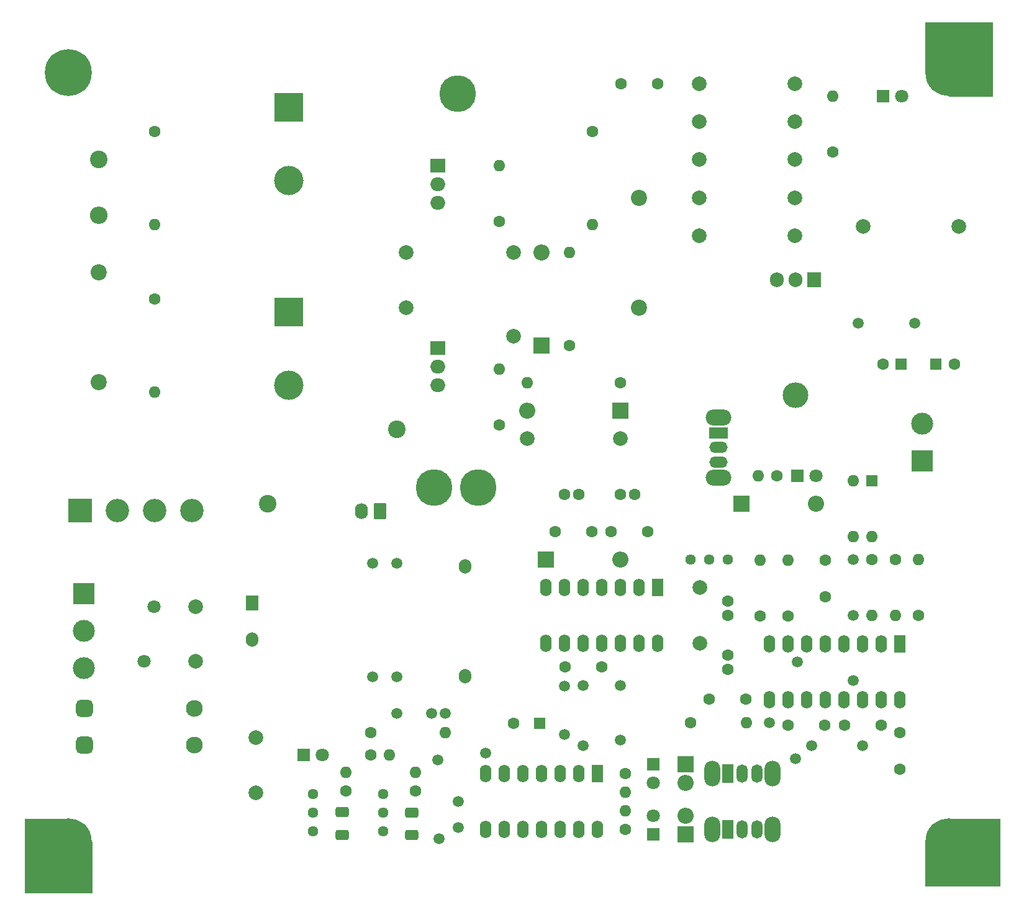
<source format=gbr>
%TF.GenerationSoftware,KiCad,Pcbnew,8.0.0*%
%TF.CreationDate,2024-06-30T22:05:54-03:00*%
%TF.ProjectId,tp4potencia,74703470-6f74-4656-9e63-69612e6b6963,0.4*%
%TF.SameCoordinates,Original*%
%TF.FileFunction,Soldermask,Bot*%
%TF.FilePolarity,Negative*%
%FSLAX46Y46*%
G04 Gerber Fmt 4.6, Leading zero omitted, Abs format (unit mm)*
G04 Created by KiCad (PCBNEW 8.0.0) date 2024-06-30 22:05:54*
%MOMM*%
%LPD*%
G01*
G04 APERTURE LIST*
G04 Aperture macros list*
%AMRoundRect*
0 Rectangle with rounded corners*
0 $1 Rounding radius*
0 $2 $3 $4 $5 $6 $7 $8 $9 X,Y pos of 4 corners*
0 Add a 4 corners polygon primitive as box body*
4,1,4,$2,$3,$4,$5,$6,$7,$8,$9,$2,$3,0*
0 Add four circle primitives for the rounded corners*
1,1,$1+$1,$2,$3*
1,1,$1+$1,$4,$5*
1,1,$1+$1,$6,$7*
1,1,$1+$1,$8,$9*
0 Add four rect primitives between the rounded corners*
20,1,$1+$1,$2,$3,$4,$5,0*
20,1,$1+$1,$4,$5,$6,$7,0*
20,1,$1+$1,$6,$7,$8,$9,0*
20,1,$1+$1,$8,$9,$2,$3,0*%
%AMHorizOval*
0 Thick line with rounded ends*
0 $1 width*
0 $2 $3 position (X,Y) of the first rounded end (center of the circle)*
0 $4 $5 position (X,Y) of the second rounded end (center of the circle)*
0 Add line between two ends*
20,1,$1,$2,$3,$4,$5,0*
0 Add two circle primitives to create the rounded ends*
1,1,$1,$2,$3*
1,1,$1,$4,$5*%
G04 Aperture macros list end*
%ADD10C,0.100000*%
%ADD11R,1.600000X1.600000*%
%ADD12C,1.600000*%
%ADD13O,1.600000X1.600000*%
%ADD14RoundRect,0.575000X-0.575000X-0.575000X0.575000X-0.575000X0.575000X0.575000X-0.575000X0.575000X0*%
%ADD15C,2.300000*%
%ADD16C,6.400000*%
%ADD17R,2.000000X1.905000*%
%ADD18O,2.000000X1.905000*%
%ADD19R,4.000000X4.000000*%
%ADD20C,4.000000*%
%ADD21O,2.200000X3.500000*%
%ADD22R,1.500000X2.500000*%
%ADD23O,1.500000X2.500000*%
%ADD24C,5.000000*%
%ADD25RoundRect,0.250000X0.620000X0.845000X-0.620000X0.845000X-0.620000X-0.845000X0.620000X-0.845000X0*%
%ADD26O,1.740000X2.190000*%
%ADD27C,2.000000*%
%ADD28R,1.600000X2.400000*%
%ADD29O,1.600000X2.400000*%
%ADD30R,3.000000X3.000000*%
%ADD31C,3.000000*%
%ADD32O,3.500000X2.200000*%
%ADD33R,2.500000X1.500000*%
%ADD34O,2.500000X1.500000*%
%ADD35R,2.200000X2.200000*%
%ADD36O,2.200000X2.200000*%
%ADD37C,2.200000*%
%ADD38R,1.800000X1.800000*%
%ADD39C,1.800000*%
%ADD40C,2.400000*%
%ADD41HorizOval,2.400000X0.000000X0.000000X0.000000X0.000000X0*%
%ADD42R,1.700000X2.000000*%
%ADD43O,1.700000X2.000000*%
%ADD44C,1.440000*%
%ADD45O,3.500000X3.500000*%
%ADD46R,1.905000X2.000000*%
%ADD47O,1.905000X2.000000*%
%ADD48O,2.400000X2.400000*%
%ADD49R,3.200000X3.200000*%
%ADD50C,3.200000*%
%ADD51RoundRect,0.250000X-0.650000X0.412500X-0.650000X-0.412500X0.650000X-0.412500X0.650000X0.412500X0*%
%ADD52C,1.500000*%
G04 APERTURE END LIST*
D10*
X213481250Y-35700000D02*
X207506250Y-35700000D01*
X204306250Y-32500000D01*
X204306250Y-25575000D01*
X213481250Y-25575000D01*
X213481250Y-35700000D01*
G36*
X213481250Y-35700000D02*
G01*
X207506250Y-35700000D01*
X204306250Y-32500000D01*
X204306250Y-25575000D01*
X213481250Y-25575000D01*
X213481250Y-35700000D01*
G37*
X214425000Y-143475000D02*
X204300000Y-143475000D01*
X204300000Y-137500000D01*
X207500000Y-134300000D01*
X214425000Y-134300000D01*
X214425000Y-143475000D01*
G36*
X214425000Y-143475000D02*
G01*
X204300000Y-143475000D01*
X204300000Y-137500000D01*
X207500000Y-134300000D01*
X214425000Y-134300000D01*
X214425000Y-143475000D01*
G37*
X90700000Y-137500000D02*
X90700000Y-144425000D01*
X81525000Y-144425000D01*
X81525000Y-134300000D01*
X87500000Y-134300000D01*
X90700000Y-137500000D01*
G36*
X90700000Y-137500000D02*
G01*
X90700000Y-144425000D01*
X81525000Y-144425000D01*
X81525000Y-134300000D01*
X87500000Y-134300000D01*
X90700000Y-137500000D01*
G37*
D11*
%TO.C,C5*%
X205753621Y-72299999D03*
D12*
X208253621Y-72299999D03*
%TD*%
%TO.C,R16*%
X200205000Y-98970000D03*
D13*
X200205000Y-106590000D03*
%TD*%
D14*
%TO.C,F1*%
X89680000Y-119290000D03*
X89680000Y-124290000D03*
D15*
X104680000Y-119290000D03*
X104680000Y-124290000D03*
%TD*%
D16*
%TO.C,H3*%
X207500000Y-32500000D03*
%TD*%
D17*
%TO.C,Q1*%
X137820000Y-45200000D03*
D18*
X137820000Y-47740000D03*
X137820000Y-50280000D03*
%TD*%
D12*
%TO.C,R2*%
X158930000Y-40550000D03*
D13*
X158930000Y-53250000D03*
%TD*%
D12*
%TO.C,R10*%
X155755000Y-69760000D03*
D13*
X155755000Y-57060000D03*
%TD*%
D12*
%TO.C,C18*%
X179845000Y-118020000D03*
X174845000Y-118020000D03*
%TD*%
D19*
%TO.C,C10*%
X117500000Y-65172117D03*
D20*
X117500000Y-75172117D03*
%TD*%
D21*
%TO.C,SW2*%
X175245000Y-135800000D03*
X183445000Y-135800000D03*
D22*
X177345000Y-135800000D03*
D23*
X179345000Y-135800000D03*
X181345000Y-135800000D03*
%TD*%
D24*
%TO.C,HS1*%
X137320000Y-89120000D03*
X143320000Y-89120000D03*
X140570000Y-35370000D03*
%TD*%
D25*
%TO.C,TH2*%
X129974000Y-92346000D03*
D26*
X127434000Y-92346000D03*
%TD*%
D12*
%TO.C,R14*%
X197030000Y-98970000D03*
D13*
X197030000Y-106590000D03*
%TD*%
D27*
%TO.C,L1*%
X195864000Y-53504000D03*
X208864000Y-53504000D03*
%TD*%
D12*
%TO.C,R17*%
X172265000Y-121195000D03*
D13*
X179885000Y-121195000D03*
%TD*%
D28*
%TO.C,U4*%
X159565000Y-128180000D03*
D29*
X157025000Y-128180000D03*
X154485000Y-128180000D03*
X151945000Y-128180000D03*
X149405000Y-128180000D03*
X146865000Y-128180000D03*
X144325000Y-128180000D03*
X144325000Y-135800000D03*
X146865000Y-135800000D03*
X149405000Y-135800000D03*
X151945000Y-135800000D03*
X154485000Y-135800000D03*
X157025000Y-135800000D03*
X159565000Y-135800000D03*
%TD*%
D12*
%TO.C,C16*%
X162700000Y-90080000D03*
X164700000Y-90080000D03*
%TD*%
D19*
%TO.C,C9*%
X117500000Y-37232117D03*
D20*
X117500000Y-47232117D03*
%TD*%
D12*
%TO.C,R8*%
X99240000Y-63410000D03*
D13*
X99240000Y-76110000D03*
%TD*%
D27*
%TO.C,C7*%
X113000000Y-130750000D03*
X113000000Y-123250000D03*
%TD*%
D30*
%TO.C,J3*%
X203888000Y-85508000D03*
D31*
X203888000Y-80428000D03*
%TD*%
D30*
%TO.C,J2*%
X89570000Y-103620000D03*
D31*
X89570000Y-108700000D03*
X89570000Y-113780000D03*
%TD*%
D12*
%TO.C,R22*%
X163375000Y-135800000D03*
D13*
X163375000Y-133260000D03*
%TD*%
D17*
%TO.C,Q2*%
X137820000Y-70080000D03*
D18*
X137820000Y-72620000D03*
X137820000Y-75160000D03*
%TD*%
D32*
%TO.C,SW4*%
X176075000Y-79535000D03*
X176075000Y-87735000D03*
D33*
X176075000Y-81635000D03*
D34*
X176075000Y-83635000D03*
X176075000Y-85635000D03*
%TD*%
D12*
%TO.C,C23*%
X198260000Y-121500000D03*
X193260000Y-121500000D03*
%TD*%
D35*
%TO.C,D13*%
X171630000Y-136435000D03*
D36*
X171630000Y-133895000D03*
%TD*%
D35*
%TO.C,D11*%
X171630000Y-126910000D03*
D36*
X171630000Y-129450000D03*
%TD*%
D37*
%TO.C,C2*%
X165280000Y-64560000D03*
X165280000Y-49560000D03*
%TD*%
D12*
%TO.C,R13*%
X146230000Y-80555000D03*
D13*
X146230000Y-72935000D03*
%TD*%
D27*
%TO.C,T1*%
X173520000Y-49560000D03*
X186520000Y-49560000D03*
X173520000Y-44360000D03*
X173520000Y-39160000D03*
X186520000Y-39160000D03*
X173520000Y-54760000D03*
X173520000Y-33960000D03*
X186520000Y-54760000D03*
X186520000Y-44360000D03*
X186520000Y-33960000D03*
%TD*%
D12*
%TO.C,R18*%
X125275000Y-130495000D03*
D13*
X125275000Y-127955000D03*
%TD*%
D12*
%TO.C,R20*%
X128704000Y-122592000D03*
D13*
X138864000Y-122592000D03*
%TD*%
D12*
%TO.C,C22*%
X177345000Y-111940000D03*
X177345000Y-113940000D03*
%TD*%
%TO.C,R7*%
X99240000Y-40550000D03*
D13*
X99240000Y-53250000D03*
%TD*%
D37*
%TO.C,C8*%
X91620000Y-59720000D03*
X91620000Y-74720000D03*
%TD*%
D35*
%TO.C,D7*%
X152580000Y-98970000D03*
D36*
X162740000Y-98970000D03*
%TD*%
D28*
%TO.C,U3*%
X200850000Y-110410000D03*
D29*
X198310000Y-110410000D03*
X195770000Y-110410000D03*
X193230000Y-110410000D03*
X190690000Y-110410000D03*
X188150000Y-110410000D03*
X185610000Y-110410000D03*
X183070000Y-110410000D03*
X183070000Y-118030000D03*
X185610000Y-118030000D03*
X188150000Y-118030000D03*
X190690000Y-118030000D03*
X193230000Y-118030000D03*
X195770000Y-118030000D03*
X198310000Y-118030000D03*
X200850000Y-118030000D03*
%TD*%
D11*
%TO.C,U1*%
X197030000Y-88175000D03*
D13*
X194490000Y-88175000D03*
X194490000Y-95795000D03*
X197030000Y-95795000D03*
%TD*%
D38*
%TO.C,D10*%
X167185000Y-126910000D03*
D39*
X167185000Y-129450000D03*
%TD*%
D12*
%TO.C,R21*%
X134800000Y-130495000D03*
D13*
X134800000Y-127955000D03*
%TD*%
D38*
%TO.C,D2*%
X186865000Y-87540000D03*
D39*
X189405000Y-87540000D03*
%TD*%
D40*
%TO.C,R1*%
X132260000Y-81190000D03*
D41*
X114662364Y-91350000D03*
%TD*%
D12*
%TO.C,C15*%
X155080000Y-90080000D03*
X157080000Y-90080000D03*
%TD*%
%TO.C,C3*%
X162820000Y-33960000D03*
X167820000Y-33960000D03*
%TD*%
%TO.C,C14*%
X161470000Y-95160000D03*
X166470000Y-95160000D03*
%TD*%
D38*
%TO.C,D6*%
X119555000Y-125640000D03*
D39*
X122095000Y-125640000D03*
%TD*%
D35*
%TO.C,D9*%
X162740000Y-78650000D03*
D36*
X150040000Y-78650000D03*
%TD*%
D16*
%TO.C,H6*%
X87500000Y-32500000D03*
%TD*%
D27*
%TO.C,TH1*%
X104800000Y-112840000D03*
X104800000Y-105340000D03*
%TD*%
D12*
%TO.C,R9*%
X128675000Y-125640000D03*
D13*
X131215000Y-125640000D03*
%TD*%
D42*
%TO.C,PS1*%
X112502500Y-104847349D03*
D43*
X112502500Y-109847349D03*
X141582500Y-99847349D03*
X141582500Y-114847349D03*
%TD*%
D21*
%TO.C,SW3*%
X175245000Y-128180000D03*
X183445000Y-128180000D03*
D22*
X177345000Y-128180000D03*
D23*
X179345000Y-128180000D03*
X181345000Y-128180000D03*
%TD*%
D16*
%TO.C,H4*%
X87500000Y-137500000D03*
%TD*%
D12*
%TO.C,C17*%
X200840000Y-122545000D03*
X200840000Y-127545000D03*
%TD*%
%TO.C,C19*%
X185600000Y-121576000D03*
X190600000Y-121576000D03*
%TD*%
D35*
%TO.C,D8*%
X151945000Y-69760000D03*
D36*
X151945000Y-57060000D03*
%TD*%
D12*
%TO.C,RDT1*%
X185610000Y-106600000D03*
D13*
X185610000Y-98980000D03*
%TD*%
D12*
%TO.C,R12*%
X146230000Y-52820000D03*
D13*
X146230000Y-45200000D03*
%TD*%
D12*
%TO.C,R4*%
X184105000Y-87540000D03*
D13*
X181565000Y-87540000D03*
%TD*%
D12*
%TO.C,C20*%
X190690000Y-104020000D03*
X190690000Y-99020000D03*
%TD*%
D39*
%TO.C,RV1*%
X99150000Y-105340000D03*
X97750000Y-112840000D03*
%TD*%
D44*
%TO.C,RVfq1*%
X177355000Y-98970000D03*
X174815000Y-98970000D03*
X172275000Y-98970000D03*
%TD*%
D38*
%TO.C,D4*%
X198549000Y-35724000D03*
D39*
X201089000Y-35724000D03*
%TD*%
D12*
%TO.C,R5*%
X191696000Y-43344000D03*
D13*
X191696000Y-35724000D03*
%TD*%
D12*
%TO.C,R11*%
X162740000Y-74840000D03*
D13*
X150040000Y-74840000D03*
%TD*%
D12*
%TO.C,C13*%
X153850000Y-95160000D03*
X158850000Y-95160000D03*
%TD*%
%TO.C,R19*%
X163375000Y-128180000D03*
D13*
X163375000Y-130720000D03*
%TD*%
D12*
%TO.C,Rfq1*%
X181800000Y-106600000D03*
D13*
X181800000Y-98980000D03*
%TD*%
D28*
%TO.C,U2*%
X167820000Y-102780000D03*
D29*
X165280000Y-102780000D03*
X162740000Y-102780000D03*
X160200000Y-102780000D03*
X157660000Y-102780000D03*
X155120000Y-102780000D03*
X152580000Y-102780000D03*
X152580000Y-110400000D03*
X155120000Y-110400000D03*
X157660000Y-110400000D03*
X160200000Y-110400000D03*
X162740000Y-110400000D03*
X165280000Y-110400000D03*
X167820000Y-110400000D03*
%TD*%
D45*
%TO.C,D1*%
X186616000Y-76510000D03*
D46*
X189156000Y-60710000D03*
D47*
X186616000Y-60710000D03*
X184076000Y-60710000D03*
%TD*%
D12*
%TO.C,R15*%
X203380000Y-106590000D03*
D13*
X203380000Y-98970000D03*
%TD*%
D35*
%TO.C,D3*%
X179250000Y-91350000D03*
D36*
X189410000Y-91350000D03*
%TD*%
D12*
%TO.C,C11*%
X155160000Y-113575000D03*
X160160000Y-113575000D03*
%TD*%
D40*
%TO.C,R6*%
X91620000Y-44360000D03*
D48*
X91620000Y-51980000D03*
%TD*%
D38*
%TO.C,D12*%
X167185000Y-136435000D03*
D39*
X167185000Y-133895000D03*
%TD*%
D11*
%TO.C,C12*%
X151692651Y-121322000D03*
D12*
X148192651Y-121322000D03*
%TD*%
D44*
%TO.C,RV3*%
X130355000Y-130950000D03*
X130355000Y-133490000D03*
X130355000Y-136030000D03*
%TD*%
D12*
%TO.C,C21*%
X177345000Y-106590000D03*
X177345000Y-104590000D03*
%TD*%
D44*
%TO.C,RV2*%
X120830000Y-130920000D03*
X120830000Y-133460000D03*
X120830000Y-136000000D03*
%TD*%
D11*
%TO.C,C6*%
X201006380Y-72300000D03*
D12*
X198506380Y-72300000D03*
%TD*%
D16*
%TO.C,H5*%
X207500000Y-137500000D03*
%TD*%
D49*
%TO.C,D5*%
X89050000Y-92270000D03*
D50*
X94130000Y-92270000D03*
X99210000Y-92270000D03*
X104290000Y-92270000D03*
%TD*%
D51*
%TO.C,C25*%
X134325000Y-133437500D03*
X134325000Y-136562500D03*
%TD*%
%TO.C,C24*%
X124825000Y-133375000D03*
X124825000Y-136500000D03*
%TD*%
D27*
X148135000Y-57060000D03*
X133530000Y-57060000D03*
X148135000Y-68490000D03*
X133530000Y-64560000D03*
D52*
X140642000Y-131990000D03*
X140642000Y-135546000D03*
D27*
X173535000Y-102780000D03*
X173535000Y-110400000D03*
D52*
X155120000Y-122846000D03*
X186870000Y-112940000D03*
X155120000Y-116242000D03*
X194490000Y-115480000D03*
X186616000Y-126148000D03*
X183060000Y-121195000D03*
X132260000Y-119925000D03*
X132260000Y-99478000D03*
D27*
X162740000Y-82460000D03*
D52*
X144325000Y-125386000D03*
X138864000Y-119925000D03*
X132260000Y-114972000D03*
X137022500Y-119925000D03*
D27*
X150040000Y-82460000D03*
D52*
X195125000Y-66712000D03*
X202872000Y-66712000D03*
X194490000Y-98970000D03*
X194490000Y-106590000D03*
X157660000Y-116115000D03*
X157660000Y-124370000D03*
X195760000Y-124370000D03*
X188775000Y-124370000D03*
X162740000Y-123578000D03*
X162740000Y-116115000D03*
X137975000Y-137070000D03*
X128958000Y-114972000D03*
X137848000Y-126251000D03*
X128958000Y-99478000D03*
M02*

</source>
